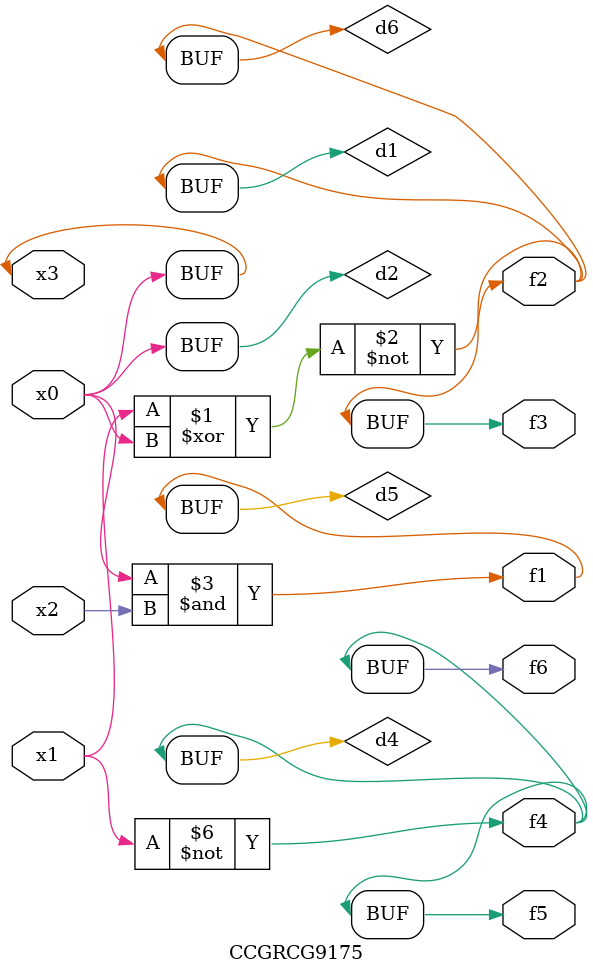
<source format=v>
module CCGRCG9175(
	input x0, x1, x2, x3,
	output f1, f2, f3, f4, f5, f6
);

	wire d1, d2, d3, d4, d5, d6;

	xnor (d1, x1, x3);
	buf (d2, x0, x3);
	nand (d3, x0, x2);
	not (d4, x1);
	nand (d5, d3);
	or (d6, d1);
	assign f1 = d5;
	assign f2 = d6;
	assign f3 = d6;
	assign f4 = d4;
	assign f5 = d4;
	assign f6 = d4;
endmodule

</source>
